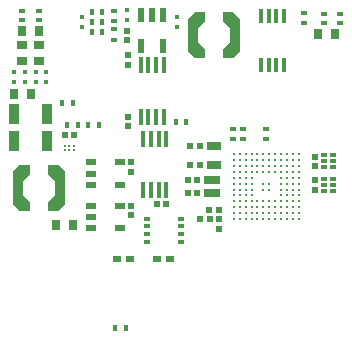
<source format=gtp>
G04*
G04 #@! TF.GenerationSoftware,Altium Limited,Altium Designer,24.3.1 (35)*
G04*
G04 Layer_Color=8421504*
%FSLAX44Y44*%
%MOMM*%
G71*
G04*
G04 #@! TF.SameCoordinates,35E8F126-3BB9-435E-BEC0-E910B6038B45*
G04*
G04*
G04 #@! TF.FilePolarity,Positive*
G04*
G01*
G75*
%ADD20R,0.4500X0.5500*%
%ADD21R,0.4000X1.3500*%
%ADD22R,0.5200X0.5200*%
%ADD23R,0.6500X0.7500*%
%ADD24R,1.3000X0.7000*%
%ADD25R,0.5000X0.3000*%
%ADD26R,0.6200X1.2200*%
%ADD27R,0.4000X1.4000*%
%ADD28R,0.4500X1.1500*%
%ADD29R,0.8500X0.5500*%
%ADD30C,0.2700*%
%ADD31C,0.2100*%
%ADD32R,0.5500X0.4500*%
%ADD33R,0.7000X0.9000*%
%ADD34R,0.4900X0.4900*%
%ADD35R,0.5000X0.4000*%
%ADD36R,0.4000X0.3250*%
%ADD37R,0.7000X0.5000*%
%ADD38R,0.5200X0.5200*%
%ADD39R,0.9000X0.7000*%
%ADD40R,0.9500X1.7000*%
G36*
X524941Y581388D02*
X519164Y575459D01*
X519119Y563959D01*
X524940Y557986D01*
Y550236D01*
X516040Y550207D01*
X510440Y555708D01*
Y583608D01*
X516041Y589108D01*
X524941Y589138D01*
Y581388D01*
D02*
G37*
G36*
X548840Y589108D02*
X554441Y583608D01*
Y555708D01*
X548841Y550207D01*
X539941Y550236D01*
Y557986D01*
X545762Y563959D01*
X545717Y575459D01*
X539940Y581388D01*
Y589138D01*
X548840Y589108D01*
D02*
G37*
G36*
X673144Y710745D02*
X667367Y704817D01*
X667322Y693317D01*
X673143Y687344D01*
Y679594D01*
X664243Y679565D01*
X658643Y685066D01*
Y712966D01*
X664244Y718466D01*
X673144Y718495D01*
Y710745D01*
D02*
G37*
G36*
X697043Y718466D02*
X702644Y712966D01*
Y685066D01*
X697044Y679565D01*
X688144Y679594D01*
Y687344D01*
X693964Y693317D01*
X693920Y704817D01*
X688143Y710745D01*
Y718495D01*
X697043Y718466D01*
D02*
G37*
D20*
X596900Y451361D02*
D03*
X605900D02*
D03*
X573910Y622993D02*
D03*
X582910D02*
D03*
X657205Y625355D02*
D03*
X648205D02*
D03*
X576834Y710443D02*
D03*
X585834D02*
D03*
X585834Y718943D02*
D03*
X576834D02*
D03*
X585834Y701943D02*
D03*
X576834D02*
D03*
X556140Y622993D02*
D03*
X565140D02*
D03*
X552140Y641281D02*
D03*
X561140D02*
D03*
D21*
X640169Y611308D02*
D03*
X633669D02*
D03*
Y568308D02*
D03*
X627169D02*
D03*
X640169D02*
D03*
X627169Y611308D02*
D03*
X620669D02*
D03*
Y568308D02*
D03*
D22*
X668554Y588808D02*
D03*
X660554D02*
D03*
X668554Y604808D02*
D03*
X660554D02*
D03*
X640169Y555706D02*
D03*
X632169D02*
D03*
X676554Y551258D02*
D03*
X684554D02*
D03*
X562148Y614633D02*
D03*
X554148D02*
D03*
X658364Y576058D02*
D03*
X666364D02*
D03*
X658364Y565538D02*
D03*
X666364D02*
D03*
D23*
X682574Y565558D02*
D03*
Y576058D02*
D03*
X675074D02*
D03*
Y565558D02*
D03*
D24*
X680554Y588808D02*
D03*
Y604808D02*
D03*
D25*
X781221Y577255D02*
D03*
Y572255D02*
D03*
Y567255D02*
D03*
X773721D02*
D03*
Y572255D02*
D03*
Y577255D02*
D03*
X773719Y587294D02*
D03*
Y592294D02*
D03*
Y597294D02*
D03*
X781219D02*
D03*
Y592294D02*
D03*
Y587294D02*
D03*
X652455Y524178D02*
D03*
Y530678D02*
D03*
Y537178D02*
D03*
Y543678D02*
D03*
X623755Y524178D02*
D03*
Y530678D02*
D03*
Y537178D02*
D03*
Y543678D02*
D03*
D26*
X637705Y689575D02*
D03*
X618705D02*
D03*
Y715775D02*
D03*
X628205D02*
D03*
X637705D02*
D03*
D27*
X618455Y629855D02*
D03*
X624955D02*
D03*
X631455D02*
D03*
X637955D02*
D03*
Y673855D02*
D03*
X631455D02*
D03*
X624955D02*
D03*
X618455D02*
D03*
D28*
X739893Y715427D02*
D03*
X733393D02*
D03*
X726893D02*
D03*
X720393D02*
D03*
X739893Y673427D02*
D03*
X733393D02*
D03*
X726893D02*
D03*
X720393D02*
D03*
D29*
X576169Y591266D02*
D03*
Y581766D02*
D03*
Y572266D02*
D03*
X600669D02*
D03*
Y591266D02*
D03*
X576169Y554663D02*
D03*
Y545163D02*
D03*
Y535663D02*
D03*
X600669D02*
D03*
Y554663D02*
D03*
D30*
X697304Y598308D02*
D03*
X702304D02*
D03*
X707304D02*
D03*
X712304D02*
D03*
X717304D02*
D03*
X722304D02*
D03*
X727304D02*
D03*
X732304D02*
D03*
X737304D02*
D03*
X742304D02*
D03*
X747304D02*
D03*
X752304D02*
D03*
X697304Y593308D02*
D03*
X702304D02*
D03*
X707304D02*
D03*
X712304D02*
D03*
X717304D02*
D03*
X722304D02*
D03*
X727304D02*
D03*
X732304D02*
D03*
X737304D02*
D03*
X742304D02*
D03*
X747304D02*
D03*
X752304D02*
D03*
X697304Y588308D02*
D03*
X702304D02*
D03*
X707304D02*
D03*
X712304D02*
D03*
X717304D02*
D03*
X722304D02*
D03*
X727304D02*
D03*
X732304D02*
D03*
X737304D02*
D03*
X742304D02*
D03*
X747304D02*
D03*
X752304D02*
D03*
X697304Y583308D02*
D03*
X702304D02*
D03*
X707304D02*
D03*
X712304D02*
D03*
X717304D02*
D03*
X722304D02*
D03*
X727304D02*
D03*
X732304D02*
D03*
X737304D02*
D03*
X742304D02*
D03*
X747304D02*
D03*
X752304D02*
D03*
X697304Y578308D02*
D03*
X702304D02*
D03*
X707304D02*
D03*
X712304D02*
D03*
X737304D02*
D03*
X742304D02*
D03*
X747304D02*
D03*
X752304D02*
D03*
X697304Y573308D02*
D03*
X702304D02*
D03*
X707304D02*
D03*
X712304D02*
D03*
X722304D02*
D03*
X727304D02*
D03*
X737304D02*
D03*
X742304D02*
D03*
X747304D02*
D03*
X752304D02*
D03*
X697304Y568308D02*
D03*
X702304D02*
D03*
X707304D02*
D03*
X712304D02*
D03*
X722304D02*
D03*
X727304D02*
D03*
X737304D02*
D03*
X742304D02*
D03*
X747304D02*
D03*
X752304D02*
D03*
X697304Y563308D02*
D03*
X702304D02*
D03*
X707304D02*
D03*
X712304D02*
D03*
X737304D02*
D03*
X742304D02*
D03*
X747304D02*
D03*
X752304D02*
D03*
X697304Y558308D02*
D03*
X702304D02*
D03*
X707304D02*
D03*
X712304D02*
D03*
X717304D02*
D03*
X722304D02*
D03*
X727304D02*
D03*
X732304D02*
D03*
X737304D02*
D03*
X742304D02*
D03*
X747304D02*
D03*
X752304D02*
D03*
X697304Y553308D02*
D03*
X702304D02*
D03*
X707304D02*
D03*
X712304D02*
D03*
X717304D02*
D03*
X722304D02*
D03*
X727304D02*
D03*
X732304D02*
D03*
X737304D02*
D03*
X742304D02*
D03*
X747304D02*
D03*
X752304D02*
D03*
X697304Y548308D02*
D03*
X702304D02*
D03*
X707304D02*
D03*
X712304D02*
D03*
X717304D02*
D03*
X722304D02*
D03*
X727304D02*
D03*
X732304D02*
D03*
X737304D02*
D03*
X742304D02*
D03*
X747304D02*
D03*
X752304D02*
D03*
X697304Y543308D02*
D03*
X702304D02*
D03*
X707304D02*
D03*
X712304D02*
D03*
X717304D02*
D03*
X722304D02*
D03*
X727304D02*
D03*
X732304D02*
D03*
X737304D02*
D03*
X742304D02*
D03*
X747304D02*
D03*
X752304D02*
D03*
D31*
X562148Y605383D02*
D03*
Y601383D02*
D03*
X558148Y605383D02*
D03*
Y601383D02*
D03*
X554148Y605383D02*
D03*
Y601383D02*
D03*
D32*
X596236Y703875D02*
D03*
Y694875D02*
D03*
Y719867D02*
D03*
Y710867D02*
D03*
X696614Y610808D02*
D03*
Y619808D02*
D03*
X705114Y610808D02*
D03*
Y619808D02*
D03*
X724924Y610808D02*
D03*
Y619808D02*
D03*
D33*
X518043Y702248D02*
D03*
X532043D02*
D03*
X782639Y699710D02*
D03*
X768639D02*
D03*
X546960Y537913D02*
D03*
X560960D02*
D03*
X525190Y649330D02*
D03*
X511190D02*
D03*
D34*
X677104Y543258D02*
D03*
X669004D02*
D03*
D35*
X756920Y709432D02*
D03*
Y717432D02*
D03*
X773415Y709210D02*
D03*
Y717210D02*
D03*
X787639Y709210D02*
D03*
Y717210D02*
D03*
X532155Y711748D02*
D03*
Y719748D02*
D03*
X517931Y711748D02*
D03*
Y719748D02*
D03*
D36*
X606486Y711500D02*
D03*
Y720250D02*
D03*
X649113Y714390D02*
D03*
Y705640D02*
D03*
X568584Y714616D02*
D03*
Y705866D02*
D03*
X538543Y659455D02*
D03*
Y668205D02*
D03*
X511543Y659455D02*
D03*
Y668205D02*
D03*
X529543Y668205D02*
D03*
Y659455D02*
D03*
X520543Y668205D02*
D03*
Y659455D02*
D03*
D37*
X609069Y509298D02*
D03*
X598069D02*
D03*
X643373D02*
D03*
X632373D02*
D03*
D38*
X765970Y568004D02*
D03*
Y576004D02*
D03*
X765970Y588178D02*
D03*
Y596178D02*
D03*
X684554Y535258D02*
D03*
Y543258D02*
D03*
X606486Y694875D02*
D03*
Y702875D02*
D03*
X607955Y629855D02*
D03*
Y621855D02*
D03*
Y673855D02*
D03*
Y681855D02*
D03*
X609919Y583266D02*
D03*
Y591266D02*
D03*
X609919Y546663D02*
D03*
Y554663D02*
D03*
D39*
X532043Y691056D02*
D03*
Y677056D02*
D03*
X518043Y691056D02*
D03*
Y677056D02*
D03*
D40*
X511210Y609733D02*
D03*
X539210D02*
D03*
X511210Y632543D02*
D03*
X539210D02*
D03*
M02*

</source>
